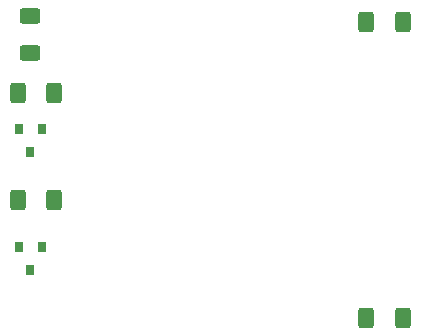
<source format=gbp>
G04 #@! TF.GenerationSoftware,KiCad,Pcbnew,(6.0.4)*
G04 #@! TF.CreationDate,2022-04-25T12:44:50+02:00*
G04 #@! TF.ProjectId,switchpcb,73776974-6368-4706-9362-2e6b69636164,rev?*
G04 #@! TF.SameCoordinates,Original*
G04 #@! TF.FileFunction,Paste,Bot*
G04 #@! TF.FilePolarity,Positive*
%FSLAX46Y46*%
G04 Gerber Fmt 4.6, Leading zero omitted, Abs format (unit mm)*
G04 Created by KiCad (PCBNEW (6.0.4)) date 2022-04-25 12:44:50*
%MOMM*%
%LPD*%
G01*
G04 APERTURE LIST*
G04 Aperture macros list*
%AMRoundRect*
0 Rectangle with rounded corners*
0 $1 Rounding radius*
0 $2 $3 $4 $5 $6 $7 $8 $9 X,Y pos of 4 corners*
0 Add a 4 corners polygon primitive as box body*
4,1,4,$2,$3,$4,$5,$6,$7,$8,$9,$2,$3,0*
0 Add four circle primitives for the rounded corners*
1,1,$1+$1,$2,$3*
1,1,$1+$1,$4,$5*
1,1,$1+$1,$6,$7*
1,1,$1+$1,$8,$9*
0 Add four rect primitives between the rounded corners*
20,1,$1+$1,$2,$3,$4,$5,0*
20,1,$1+$1,$4,$5,$6,$7,0*
20,1,$1+$1,$6,$7,$8,$9,0*
20,1,$1+$1,$8,$9,$2,$3,0*%
G04 Aperture macros list end*
%ADD10R,0.800000X0.900000*%
%ADD11RoundRect,0.250000X-0.625000X0.400000X-0.625000X-0.400000X0.625000X-0.400000X0.625000X0.400000X0*%
%ADD12RoundRect,0.250000X-0.400000X-0.625000X0.400000X-0.625000X0.400000X0.625000X-0.400000X0.625000X0*%
G04 APERTURE END LIST*
D10*
X36050000Y-111000000D03*
X37950000Y-111000000D03*
X37000000Y-113000000D03*
X36050000Y-121000000D03*
X37950000Y-121000000D03*
X37000000Y-123000000D03*
D11*
X37000000Y-101450000D03*
X37000000Y-104550000D03*
D12*
X65450000Y-102000000D03*
X68550000Y-102000000D03*
X35925001Y-108000000D03*
X39025001Y-108000000D03*
X35925001Y-117000000D03*
X39025001Y-117000000D03*
X65450000Y-127000000D03*
X68550000Y-127000000D03*
M02*

</source>
